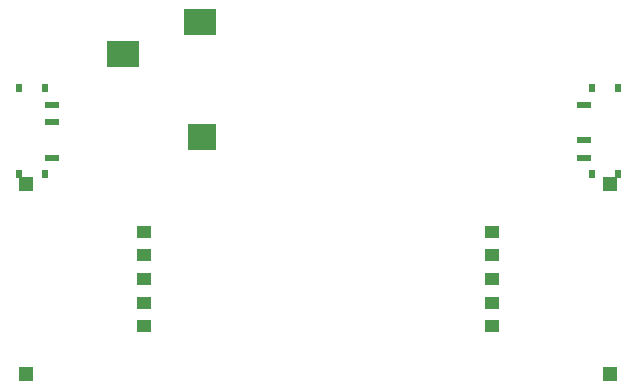
<source format=gbr>
G04 DipTrace 3.3.1.1*
G04 BottomPaste.gbr*
%MOIN*%
G04 #@! TF.FileFunction,Paste,Bot*
G04 #@! TF.Part,Single*
%ADD45R,0.047244X0.03937*%
%ADD47R,0.047244X0.051181*%
%ADD48R,0.023622X0.031496*%
%ADD50R,0.051181X0.019685*%
%ADD55R,0.108268X0.086614*%
%ADD57R,0.096457X0.086614*%
%FSLAX26Y26*%
G04*
G70*
G90*
G75*
G01*
G04 BotPaste*
%LPD*%
D57*
X1020669Y1536173D3*
D55*
X756890Y1811764D3*
X1014764Y1918063D3*
D50*
X2293307Y1643702D3*
Y1525592D3*
Y1466537D3*
D48*
X2318898Y1698820D3*
X2405512D3*
X2318898Y1411419D3*
X2405512D3*
D50*
X521654Y1466537D3*
Y1584647D3*
Y1643702D3*
D48*
X496063Y1411419D3*
X409449D3*
X496063Y1698820D3*
X409449D3*
D47*
X2381890Y1379923D3*
Y746064D3*
D45*
X1988189Y1062993D3*
Y1141734D3*
Y984253D3*
Y905513D3*
Y1220474D3*
D47*
X433071Y746064D3*
Y1379923D3*
D45*
X826772Y1062993D3*
Y984253D3*
Y1141734D3*
Y1220474D3*
Y905513D3*
M02*

</source>
